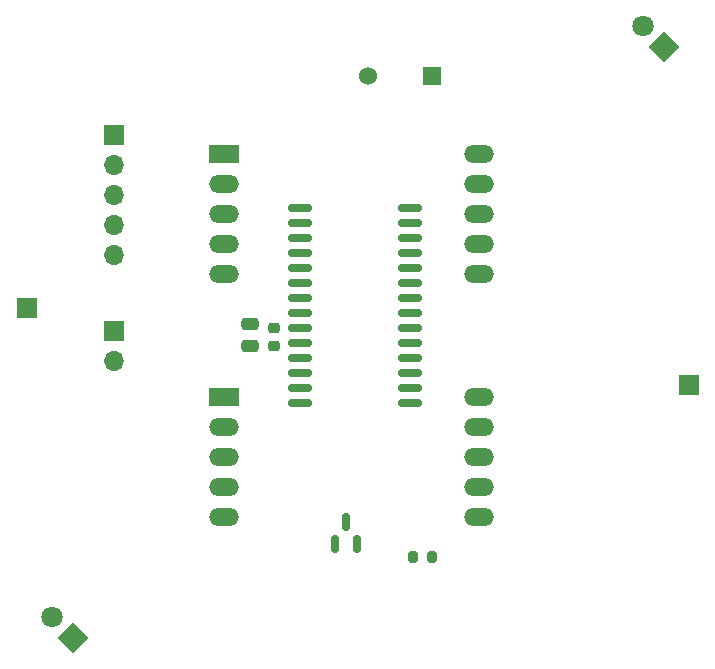
<source format=gbr>
%TF.GenerationSoftware,KiCad,Pcbnew,8.0.1*%
%TF.CreationDate,2024-04-22T14:35:34+03:00*%
%TF.ProjectId,Zar Electronic,5a617220-456c-4656-9374-726f6e69632e,rev?*%
%TF.SameCoordinates,Original*%
%TF.FileFunction,Soldermask,Bot*%
%TF.FilePolarity,Negative*%
%FSLAX46Y46*%
G04 Gerber Fmt 4.6, Leading zero omitted, Abs format (unit mm)*
G04 Created by KiCad (PCBNEW 8.0.1) date 2024-04-22 14:35:34*
%MOMM*%
%LPD*%
G01*
G04 APERTURE LIST*
G04 Aperture macros list*
%AMRoundRect*
0 Rectangle with rounded corners*
0 $1 Rounding radius*
0 $2 $3 $4 $5 $6 $7 $8 $9 X,Y pos of 4 corners*
0 Add a 4 corners polygon primitive as box body*
4,1,4,$2,$3,$4,$5,$6,$7,$8,$9,$2,$3,0*
0 Add four circle primitives for the rounded corners*
1,1,$1+$1,$2,$3*
1,1,$1+$1,$4,$5*
1,1,$1+$1,$6,$7*
1,1,$1+$1,$8,$9*
0 Add four rect primitives between the rounded corners*
20,1,$1+$1,$2,$3,$4,$5,0*
20,1,$1+$1,$4,$5,$6,$7,0*
20,1,$1+$1,$6,$7,$8,$9,0*
20,1,$1+$1,$8,$9,$2,$3,0*%
%AMRotRect*
0 Rectangle, with rotation*
0 The origin of the aperture is its center*
0 $1 length*
0 $2 width*
0 $3 Rotation angle, in degrees counterclockwise*
0 Add horizontal line*
21,1,$1,$2,0,0,$3*%
G04 Aperture macros list end*
%ADD10R,2.524000X1.524000*%
%ADD11O,2.524000X1.524000*%
%ADD12R,1.700000X1.700000*%
%ADD13RotRect,1.800000X1.800000X135.000000*%
%ADD14C,1.800000*%
%ADD15O,1.700000X1.700000*%
%ADD16RoundRect,0.225000X-0.250000X0.225000X-0.250000X-0.225000X0.250000X-0.225000X0.250000X0.225000X0*%
%ADD17RoundRect,0.250000X-0.475000X0.250000X-0.475000X-0.250000X0.475000X-0.250000X0.475000X0.250000X0*%
%ADD18RoundRect,0.150000X0.150000X-0.587500X0.150000X0.587500X-0.150000X0.587500X-0.150000X-0.587500X0*%
%ADD19R,1.524000X1.524000*%
%ADD20C,1.524000*%
%ADD21RoundRect,0.200000X0.200000X0.275000X-0.200000X0.275000X-0.200000X-0.275000X0.200000X-0.275000X0*%
%ADD22RoundRect,0.150000X0.875000X0.150000X-0.875000X0.150000X-0.875000X-0.150000X0.875000X-0.150000X0*%
G04 APERTURE END LIST*
D10*
%TO.C,U2*%
X117200000Y-79500000D03*
D11*
X117200000Y-82042400D03*
X117195000Y-84582400D03*
X117195000Y-87122400D03*
X117200000Y-89662400D03*
X138800000Y-89662400D03*
X138795000Y-87122400D03*
X138795000Y-84582400D03*
X138800000Y-82042400D03*
X138800000Y-79500000D03*
%TD*%
D12*
%TO.C,J3*%
X156500000Y-78500000D03*
%TD*%
%TO.C,J2*%
X100500000Y-72000000D03*
%TD*%
D10*
%TO.C,U3*%
X117200000Y-58900000D03*
D11*
X117200000Y-61442400D03*
X117195000Y-63982400D03*
X117195000Y-66522400D03*
X117200000Y-69062400D03*
X138800000Y-69062400D03*
X138795000Y-66522400D03*
X138795000Y-63982400D03*
X138800000Y-61442400D03*
X138800000Y-58900000D03*
%TD*%
D13*
%TO.C,D2*%
X104401561Y-99901561D03*
D14*
X102605510Y-98105510D03*
%TD*%
D13*
%TO.C,Q6*%
X154401562Y-49901562D03*
D14*
X152605511Y-48105511D03*
%TD*%
D12*
%TO.C,J4*%
X107900000Y-57300000D03*
D15*
X107900000Y-59840000D03*
X107900000Y-62380000D03*
X107900000Y-64920000D03*
X107900000Y-67460000D03*
%TD*%
D12*
%TO.C,J1*%
X107900000Y-73900000D03*
D15*
X107900000Y-76440000D03*
%TD*%
D16*
%TO.C,C1*%
X121412000Y-73634000D03*
X121412000Y-75184000D03*
%TD*%
D17*
%TO.C,C2*%
X119380000Y-73284000D03*
X119380000Y-75184000D03*
%TD*%
D18*
%TO.C,Q3*%
X128450000Y-91937500D03*
X126550000Y-91937500D03*
X127500000Y-90062500D03*
%TD*%
D19*
%TO.C,BZ1*%
X134823200Y-52324000D03*
D20*
X129336800Y-52324000D03*
%TD*%
D21*
%TO.C,R11*%
X134825000Y-93000000D03*
X133175000Y-93000000D03*
%TD*%
D22*
%TO.C,U1*%
X132920000Y-63500000D03*
X132920000Y-64770000D03*
X132920000Y-66040000D03*
X132920000Y-67310000D03*
X132920000Y-68580000D03*
X132920000Y-69850000D03*
X132920000Y-71120000D03*
X132920000Y-72390000D03*
X132920000Y-73660000D03*
X132920000Y-74930000D03*
X132920000Y-76200000D03*
X132920000Y-77470000D03*
X132920000Y-78740000D03*
X132920000Y-80010000D03*
X123620000Y-80010000D03*
X123620000Y-78740000D03*
X123620000Y-77470000D03*
X123620000Y-76200000D03*
X123620000Y-74930000D03*
X123620000Y-73660000D03*
X123620000Y-72390000D03*
X123620000Y-71120000D03*
X123620000Y-69850000D03*
X123620000Y-68580000D03*
X123620000Y-67310000D03*
X123620000Y-66040000D03*
X123620000Y-64770000D03*
X123620000Y-63500000D03*
%TD*%
M02*

</source>
